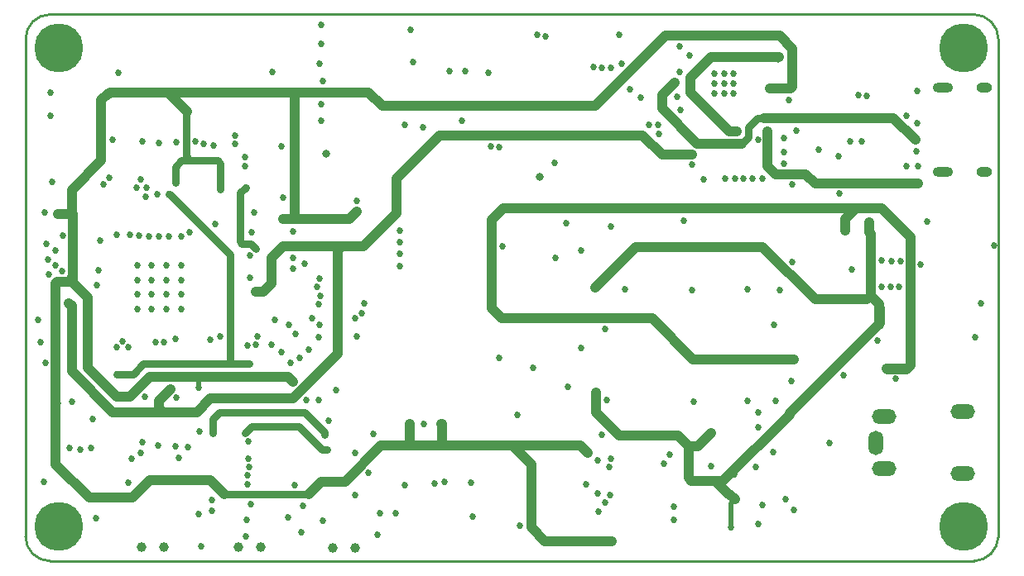
<source format=gbr>
%TF.GenerationSoftware,KiCad,Pcbnew,(6.0.4)*%
%TF.CreationDate,2023-04-20T20:53:16+03:00*%
%TF.ProjectId,mp3_test_board,6d70335f-7465-4737-945f-626f6172642e,rev?*%
%TF.SameCoordinates,Original*%
%TF.FileFunction,Copper,L2,Inr*%
%TF.FilePolarity,Positive*%
%FSLAX46Y46*%
G04 Gerber Fmt 4.6, Leading zero omitted, Abs format (unit mm)*
G04 Created by KiCad (PCBNEW (6.0.4)) date 2023-04-20 20:53:16*
%MOMM*%
%LPD*%
G01*
G04 APERTURE LIST*
%TA.AperFunction,Profile*%
%ADD10C,0.250000*%
%TD*%
%TA.AperFunction,ComponentPad*%
%ADD11C,1.000000*%
%TD*%
%TA.AperFunction,ComponentPad*%
%ADD12C,0.800000*%
%TD*%
%TA.AperFunction,ComponentPad*%
%ADD13C,5.000000*%
%TD*%
%TA.AperFunction,ComponentPad*%
%ADD14O,1.500000X2.500000*%
%TD*%
%TA.AperFunction,ComponentPad*%
%ADD15O,2.500000X1.500000*%
%TD*%
%TA.AperFunction,ComponentPad*%
%ADD16O,1.600000X1.000000*%
%TD*%
%TA.AperFunction,ComponentPad*%
%ADD17O,2.100000X1.000000*%
%TD*%
%TA.AperFunction,ViaPad*%
%ADD18C,0.685800*%
%TD*%
%TA.AperFunction,ViaPad*%
%ADD19C,0.800000*%
%TD*%
%TA.AperFunction,Conductor*%
%ADD20C,1.016000*%
%TD*%
%TA.AperFunction,Conductor*%
%ADD21C,1.000000*%
%TD*%
%TA.AperFunction,Conductor*%
%ADD22C,0.800000*%
%TD*%
%TA.AperFunction,Conductor*%
%ADD23C,0.508000*%
%TD*%
%TA.AperFunction,Conductor*%
%ADD24C,0.127000*%
%TD*%
%TA.AperFunction,Conductor*%
%ADD25C,0.762000*%
%TD*%
%TA.AperFunction,Conductor*%
%ADD26C,0.250000*%
%TD*%
G04 APERTURE END LIST*
D10*
X173467769Y-99232295D02*
G75*
G03*
X175960000Y-96750000I-93569J2586195D01*
G01*
X175960001Y-45750000D02*
G75*
G03*
X173467767Y-43232233I-2528101J-10100D01*
G01*
X78967767Y-43232167D02*
G75*
G03*
X76467767Y-45732233I33J-2500033D01*
G01*
X76467767Y-45732233D02*
X76467767Y-96732233D01*
X78967767Y-99232233D02*
X173467767Y-99232233D01*
X175960000Y-96750000D02*
X175960000Y-45750000D01*
X173467767Y-43232233D02*
X78967767Y-43232233D01*
X76467767Y-96732233D02*
G75*
G03*
X78967767Y-99232233I2500033J33D01*
G01*
D11*
%TO.N,*%
%TO.C,SW7*%
X110150000Y-97852500D03*
X107850000Y-97852500D03*
%TD*%
%TO.N,*%
%TO.C,SW6*%
X100550000Y-97780000D03*
X98250000Y-97780000D03*
%TD*%
D12*
%TO.N,N/C*%
%TO.C,H4*%
X172400000Y-44825000D03*
X171074175Y-48025825D03*
X173725825Y-45374175D03*
X171074175Y-45374175D03*
D13*
X172400000Y-46700000D03*
D12*
X174275000Y-46700000D03*
X172400000Y-48575000D03*
X173725825Y-48025825D03*
X170525000Y-46700000D03*
%TD*%
%TO.N,N/C*%
%TO.C,H2*%
X79900000Y-44825000D03*
X81225825Y-45374175D03*
X81225825Y-48025825D03*
D13*
X79900000Y-46700000D03*
D12*
X79900000Y-48575000D03*
X78574175Y-45374175D03*
X78574175Y-48025825D03*
X81775000Y-46700000D03*
X78025000Y-46700000D03*
%TD*%
%TO.N,N/C*%
%TO.C,H1*%
X78574175Y-97025825D03*
X78025000Y-95700000D03*
X78574175Y-94374175D03*
D13*
X79900000Y-95700000D03*
D12*
X81225825Y-97025825D03*
X81775000Y-95700000D03*
X79900000Y-93825000D03*
X81225825Y-94374175D03*
X79900000Y-97575000D03*
%TD*%
D11*
%TO.N,*%
%TO.C,SW8*%
X88350000Y-97780000D03*
X90650000Y-97780000D03*
%TD*%
D12*
%TO.N,N/C*%
%TO.C,H3*%
X171074175Y-94374175D03*
X171074175Y-97025825D03*
X173725825Y-97025825D03*
X173725825Y-94374175D03*
X172400000Y-93825000D03*
X174275000Y-95700000D03*
X170525000Y-95700000D03*
X172400000Y-97575000D03*
D13*
X172400000Y-95700000D03*
%TD*%
D14*
%TO.N,GND*%
%TO.C,J2*%
X163395000Y-87100000D03*
D15*
%TO.N,unconnected-(J2-Pad2)*%
X164295000Y-84450000D03*
%TO.N,Net-(D10-Pad2)*%
X172295000Y-83900000D03*
X172295000Y-90300000D03*
%TO.N,Net-(D9-Pad2)*%
X164295000Y-89750000D03*
%TD*%
D16*
%TO.N,GND*%
%TO.C,P2*%
X174505000Y-50750000D03*
D17*
X170325000Y-50750000D03*
X170325000Y-59390000D03*
D16*
X174505000Y-59390000D03*
%TD*%
D18*
%TO.N,+3V3*%
X133961747Y-88173555D03*
X107042700Y-64123938D03*
X94301140Y-90939455D03*
X84800000Y-51400000D03*
X154722700Y-50803938D03*
X83641747Y-92880055D03*
X152550000Y-50800000D03*
X103721408Y-80873216D03*
X139200000Y-48100000D03*
X102800000Y-64200000D03*
X112946020Y-52603980D03*
X94190000Y-81420000D03*
X91780000Y-60500000D03*
X96371564Y-61171564D03*
X101862358Y-80364166D03*
X119011747Y-85198555D03*
X153689132Y-50800000D03*
X115741747Y-85189949D03*
X110363806Y-63391630D03*
X88461747Y-81043555D03*
X153689132Y-50800000D03*
X79905000Y-63695000D03*
X136425747Y-97171555D03*
X154533762Y-51995000D03*
X103806445Y-92393555D03*
%TO.N,GND*%
X151807700Y-93478938D03*
X87870000Y-70420000D03*
X117082700Y-54803938D03*
X90870000Y-68920000D03*
X95531747Y-94063555D03*
X98942700Y-58783938D03*
X103301747Y-94783555D03*
X79030000Y-53570000D03*
X79203364Y-60413938D03*
X148900000Y-49300000D03*
X164032700Y-71143938D03*
X83640000Y-94830000D03*
X78812700Y-69833938D03*
X81182900Y-82920000D03*
X88208280Y-60143328D03*
X153991747Y-55863555D03*
X163570000Y-76630000D03*
X148900000Y-50300000D03*
X94161747Y-94373555D03*
X167732462Y-58793700D03*
X114740000Y-68990000D03*
X134950400Y-88922876D03*
X90870000Y-73420000D03*
X151411747Y-85487555D03*
X154010000Y-57300000D03*
X98942700Y-57873938D03*
X138243761Y-50924999D03*
X173601638Y-76325000D03*
X83141747Y-87650555D03*
X175500000Y-66900000D03*
X106672700Y-44293938D03*
X114740000Y-66520000D03*
X150800000Y-60000000D03*
X77992327Y-76792387D03*
X137750000Y-71400421D03*
X112670000Y-94310000D03*
X106660000Y-54090000D03*
X151800000Y-60000000D03*
X114730000Y-67750000D03*
X90870000Y-70420000D03*
X167665900Y-51100000D03*
X161672700Y-51513938D03*
X162482700Y-51533938D03*
X135878600Y-82725370D03*
X165934700Y-68513938D03*
X87870000Y-71920000D03*
X135750000Y-75425000D03*
X149000000Y-60000000D03*
X148900000Y-51300000D03*
X92370000Y-73420000D03*
X92370000Y-70420000D03*
X164012700Y-68433938D03*
X116058762Y-48100000D03*
X164972700Y-71143938D03*
X146900000Y-49300000D03*
X124900000Y-78386638D03*
X165032700Y-68463938D03*
X160992700Y-69373938D03*
X105166842Y-82718650D03*
X88665115Y-82395115D03*
X106860000Y-50040000D03*
X87870000Y-68920000D03*
X146900000Y-51300000D03*
X106421747Y-82719150D03*
X114341747Y-94318555D03*
X103802700Y-69303938D03*
X90870000Y-71920000D03*
X91880000Y-82440000D03*
X79000000Y-51200000D03*
X160100500Y-80200000D03*
X123800000Y-49200000D03*
X103782700Y-65463938D03*
X102620000Y-56730000D03*
X103782700Y-68153938D03*
X77738032Y-74522857D03*
X147900000Y-51300000D03*
X92370000Y-71920000D03*
X144800000Y-82875000D03*
X155330000Y-55110000D03*
X153175000Y-82775000D03*
X168035500Y-68853938D03*
X106830000Y-95120000D03*
X146900000Y-50300000D03*
X139400000Y-51700000D03*
X78420000Y-63540000D03*
X125235000Y-66956238D03*
X99020000Y-96676555D03*
X168700000Y-64400000D03*
X106721747Y-46203555D03*
X87870000Y-73420000D03*
X108210000Y-81740000D03*
X135409747Y-86249555D03*
X89370000Y-70420000D03*
X162000000Y-56200000D03*
X86944149Y-91229149D03*
X151157747Y-89551555D03*
X150300000Y-82775000D03*
X135412700Y-48653938D03*
X149900000Y-60000000D03*
X133771747Y-91403555D03*
X153600000Y-71500000D03*
X165772700Y-71153938D03*
X159582700Y-57773938D03*
X148000000Y-60000000D03*
X147900000Y-49300000D03*
X82091747Y-87803555D03*
X143381747Y-46533555D03*
X101746200Y-49146200D03*
X106542700Y-48243938D03*
X136325000Y-64910000D03*
X94231747Y-85963555D03*
X78321747Y-91071745D03*
X85921400Y-49200000D03*
X89370000Y-73420000D03*
X115804381Y-44795619D03*
X95501747Y-92962400D03*
X147900000Y-50300000D03*
X136292700Y-48663938D03*
X151411747Y-95393555D03*
X85371747Y-56023555D03*
X101625371Y-77086891D03*
X103950000Y-91430000D03*
X114740000Y-65400000D03*
X117201747Y-85189949D03*
X134592700Y-48633938D03*
X146607700Y-89478938D03*
X150335000Y-71420000D03*
X107420000Y-84814155D03*
X94420000Y-97680000D03*
X163570000Y-76630000D03*
X89370000Y-68920000D03*
X85747828Y-77291808D03*
X154040967Y-58498576D03*
X106700000Y-52410000D03*
X144625000Y-71450000D03*
X102800000Y-62000000D03*
X89370000Y-71920000D03*
X92370000Y-68920000D03*
%TO.N,+1V8A*%
X99339147Y-79018736D03*
X85745602Y-80066863D03*
X91140719Y-61659100D03*
%TO.N,Net-(C5-Pad2)*%
X84467800Y-60592797D03*
X92388385Y-65976917D03*
%TO.N,Net-(C6-Pad2)*%
X85057836Y-59932782D03*
X93201747Y-65563555D03*
%TO.N,VBUS*%
X159252700Y-53873938D03*
X160242700Y-53873938D03*
X167472700Y-56093938D03*
X158232700Y-53893938D03*
X142843193Y-50244431D03*
%TO.N,+5VA*%
X157682100Y-72403600D03*
X148607700Y-95752276D03*
X162760000Y-65540000D03*
X134750000Y-71200000D03*
X163800000Y-74190000D03*
X149007700Y-92878938D03*
X154582700Y-84153938D03*
X146607700Y-86078938D03*
X163790000Y-75020000D03*
X134836200Y-82000000D03*
X148907700Y-90378938D03*
X162760000Y-64552141D03*
%TO.N,-5VA*%
X164651747Y-79583555D03*
X165452700Y-80523938D03*
X166402700Y-79553938D03*
X165472700Y-79533938D03*
X125154539Y-74382100D03*
X160290000Y-65350000D03*
X155050000Y-78550000D03*
X125300000Y-63075000D03*
%TO.N,Net-(C61-Pad1)*%
X141224102Y-55432536D03*
X143106209Y-51662961D03*
X140212700Y-54513938D03*
X141150000Y-54500000D03*
%TO.N,Net-(R53-Pad1)*%
X99400000Y-70200000D03*
X104972700Y-68753938D03*
%TO.N,VCC*%
X166902700Y-60563938D03*
X153512700Y-47633938D03*
X149182700Y-55203938D03*
X167702700Y-60563938D03*
X151411747Y-56093938D03*
X152312700Y-55233938D03*
X144439288Y-50765514D03*
X152302700Y-56053938D03*
%TO.N,/SOC/SDC_D1*%
X88430000Y-56220000D03*
%TO.N,/SOC/SDC_D0*%
X90103854Y-56365910D03*
%TO.N,/SOC/SDC_CLK*%
X91852700Y-56303938D03*
X87822731Y-60940267D03*
%TO.N,/SOC/SDC_CMD*%
X93830000Y-56250000D03*
X88856230Y-60965924D03*
%TO.N,/SOC/SDC_D3*%
X88777366Y-61901661D03*
X94685717Y-56476951D03*
%TO.N,/SOC/SDC_D2*%
X89907331Y-61628569D03*
X95687115Y-56621476D03*
%TO.N,Net-(D10-Pad2)*%
X155082700Y-93953938D03*
X158682700Y-87153938D03*
%TO.N,Net-(D12-Pad1)*%
X126771747Y-84243555D03*
D19*
X129010000Y-59870000D03*
D18*
X130556000Y-58420000D03*
X127025302Y-95610000D03*
X104840000Y-93550000D03*
%TO.N,/SOC/LCD_RS*%
X103603143Y-78948866D03*
X110353230Y-76186770D03*
%TO.N,/SOC/LCD_WR*%
X106463868Y-76258911D03*
X102610679Y-77859321D03*
%TO.N,/SOC/LCD_RD*%
X103410000Y-75040000D03*
X106530000Y-74990000D03*
%TO.N,/SOC/LCD_D3*%
X101991564Y-74478436D03*
X105736110Y-74384100D03*
%TO.N,/SOC/LCD_D4*%
X110193653Y-74382875D03*
X104090000Y-75950000D03*
%TO.N,/SOC/LCD_D5*%
X110860000Y-73800000D03*
X105470000Y-77575900D03*
%TO.N,/SOC/LCD_D6*%
X104530000Y-78380000D03*
X111140000Y-72830000D03*
%TO.N,/SOC/LCD_D7*%
X106440000Y-72950000D03*
X100150000Y-76170000D03*
%TO.N,/SOC/LCD_D10*%
X100038217Y-77048215D03*
X106640154Y-72022937D03*
%TO.N,/SOC/LCD_D11*%
X106240000Y-71130000D03*
X99160000Y-77160000D03*
%TO.N,/SOC/LCD_D12*%
X106539408Y-70296864D03*
X96391747Y-76213555D03*
%TO.N,Net-(P2-PadA7)*%
X167590000Y-57280000D03*
X167650000Y-54370000D03*
%TO.N,/SOC/LCD_PWM*%
X99430000Y-67950895D03*
X121100000Y-54100000D03*
%TO.N,/SOC/KEYS*%
X78497915Y-78910430D03*
X99517247Y-93383094D03*
X99110000Y-95030000D03*
X104630000Y-96280000D03*
%TO.N,/SOC/FLASH_SPI_CS*%
X122191747Y-94648555D03*
X118281747Y-91278555D03*
X90111747Y-65993555D03*
%TO.N,Net-(R7-Pad1)*%
X112438694Y-96552500D03*
X154205747Y-92853555D03*
%TO.N,Net-(R10-Pad1)*%
X152935747Y-88027555D03*
%TO.N,Net-(R10-Pad2)*%
X154915724Y-60640400D03*
X151411747Y-83963555D03*
%TO.N,Net-(R11-Pad2)*%
X157563266Y-57108938D03*
%TO.N,Net-(R12-Pad2)*%
X159720000Y-61564338D03*
%TO.N,/SOC/USB_DM*%
X128800000Y-45300000D03*
X97882700Y-55603938D03*
X83760000Y-70920000D03*
X166532700Y-58753938D03*
%TO.N,/SOC/USB_DP*%
X97882700Y-56489241D03*
X83888691Y-69420000D03*
X129667090Y-45478652D03*
X166596256Y-53603826D03*
%TO.N,Net-(C41-Pad1)*%
X142740400Y-93682876D03*
X130647130Y-68187206D03*
%TO.N,Net-(C42-Pad1)*%
X131950000Y-81400000D03*
X142340400Y-88282876D03*
X128350000Y-79400000D03*
%TO.N,Net-(C43-Pad1)*%
X133299500Y-77403938D03*
X141740400Y-89282876D03*
%TO.N,Net-(C44-Pad1)*%
X142790400Y-95032876D03*
X131750000Y-64600000D03*
X133291500Y-67400000D03*
%TO.N,Net-(C49-Pad2)*%
X154915456Y-68551764D03*
X143808191Y-64328447D03*
%TO.N,Net-(C51-Pad2)*%
X153000000Y-75000000D03*
X154800000Y-80800000D03*
%TO.N,/NewDAC/I2C_SCL*%
X137432700Y-48253938D03*
X137189927Y-45311165D03*
X124069069Y-56729083D03*
X136332700Y-88753938D03*
X86998311Y-77326991D03*
%TO.N,/NewDAC/I2C_SDIN*%
X144400000Y-47400000D03*
X136164573Y-89572143D03*
X86390691Y-76683129D03*
X124896874Y-56840750D03*
%TO.N,/Power/AUDIO_PWR_EN*%
X174200000Y-72800000D03*
X95361747Y-76563555D03*
%TO.N,DEBUG_UART_RX*%
X121400000Y-49000000D03*
X99880000Y-63540000D03*
%TO.N,DEBUG_UART_TX*%
X119800000Y-49000000D03*
X99569393Y-65544814D03*
%TO.N,/SOC/FLASH_SPI_MOSI*%
X89081747Y-65963555D03*
X115221747Y-91464455D03*
%TO.N,/NewDAC/I2S_MCLK*%
X134971564Y-92271564D03*
X112020000Y-86220000D03*
%TO.N,/SOC/FLASH_SPI_HOLD*%
X85821747Y-65803555D03*
X110181747Y-92445455D03*
%TO.N,/SOC/FLASH_SPI_WP*%
X87101747Y-65833555D03*
X122011747Y-91208555D03*
%TO.N,/SOC/FLASH_SPI_CLK*%
X111543100Y-90188555D03*
X91151747Y-65993555D03*
%TO.N,/NewDAC/I2S_LRCK*%
X110160000Y-88150000D03*
X135030000Y-94135900D03*
X91820959Y-76471537D03*
%TO.N,/NewDAC/I2S_BCLK*%
X136273997Y-92485338D03*
X89725481Y-76798038D03*
%TO.N,/NewDAC/I2S_DIN*%
X135780000Y-93220000D03*
X90611862Y-76798038D03*
%TO.N,/Power/IRQ*%
X143345000Y-49105900D03*
X143442322Y-53022870D03*
%TO.N,+1V8B*%
X100000000Y-67200000D03*
X98967745Y-60942861D03*
%TO.N,+0V9*%
X81260000Y-79920000D03*
X145800000Y-60100000D03*
X144600000Y-57600000D03*
X91255092Y-81637264D03*
X80884847Y-72793555D03*
X100050955Y-71605900D03*
X144662700Y-58613938D03*
%TO.N,/SOC/FLASH_SPI_MISO*%
X88061747Y-65903555D03*
X119331747Y-91148555D03*
%TO.N,/Power/PWR_KEY*%
X95866195Y-64657643D03*
D19*
X107190000Y-57500000D03*
D18*
%TO.N,Net-(C76-Pad2)*%
X80920000Y-87650555D03*
X87270000Y-88716555D03*
%TO.N,Net-(C60-Pad1)*%
X107321747Y-87798555D03*
X98899644Y-86090356D03*
%TO.N,/SOC/WIFI_SDIO_CMD*%
X90001747Y-87383555D03*
X80234638Y-69480871D03*
X99307816Y-89588936D03*
%TO.N,/SOC/WIFI_SDIO_D0*%
X92165183Y-88690119D03*
X79523906Y-68953025D03*
X99277281Y-88704160D03*
%TO.N,/SOC/WIFI_SDIO_CLK*%
X78791009Y-68347125D03*
X91817721Y-87485785D03*
%TO.N,/SOC/WIFI_SDIO_D1*%
X79513004Y-67426584D03*
X93051747Y-87543555D03*
X99287165Y-86963756D03*
%TO.N,/SOC/WIFI_SDIO_D2*%
X88391747Y-87063555D03*
X99206024Y-90468367D03*
X80260000Y-65920000D03*
%TO.N,/SOC/WIFI_SDIO_D3*%
X78584186Y-66744186D03*
X88261747Y-88143555D03*
X99191747Y-91353555D03*
%TO.N,Net-(L1-Pad1)*%
X95568398Y-86095896D03*
X107029180Y-86257655D03*
%TO.N,Net-(P1-Pad38)*%
X115254264Y-54575502D03*
X110372700Y-62283938D03*
%TO.N,Net-(R13-Pad2)*%
X160842700Y-56233938D03*
%TO.N,/SOC/WIFI_REG_ON*%
X83365698Y-84656655D03*
X84089420Y-66383555D03*
%TD*%
D20*
%TO.N,+3V3*%
X102800000Y-64200000D02*
X109555436Y-64200000D01*
D21*
X81241747Y-70631747D02*
X79668253Y-70631747D01*
X79905000Y-63695000D02*
X81105000Y-63695000D01*
D22*
X96082700Y-58203938D02*
X92396062Y-58203938D01*
D21*
X94482358Y-80364166D02*
X89141136Y-80364166D01*
D23*
X94190000Y-80656524D02*
X94482358Y-80364166D01*
D21*
X82960000Y-92760000D02*
X79530000Y-89330000D01*
X81277538Y-70477538D02*
X81277538Y-63695000D01*
X101862358Y-80364166D02*
X103272358Y-80364166D01*
X79530000Y-89330000D02*
X79530000Y-86390000D01*
X85768687Y-82385679D02*
X87119623Y-82385679D01*
D22*
X91780000Y-58820000D02*
X91780000Y-60500000D01*
D20*
X84200000Y-52000000D02*
X84897580Y-51302420D01*
X103000000Y-51200000D02*
X111542040Y-51200000D01*
X119020000Y-85206808D02*
X119020000Y-87230000D01*
X119020000Y-87230000D02*
X118850000Y-87400000D01*
D21*
X82800000Y-72190000D02*
X82800000Y-79416992D01*
X115590000Y-87400000D02*
X115740000Y-87250000D01*
X101862358Y-80364166D02*
X94482358Y-80364166D01*
D24*
X96082700Y-58203938D02*
X95796062Y-58203938D01*
D21*
X112830000Y-87400000D02*
X113650000Y-87400000D01*
D20*
X136425747Y-97171555D02*
X133123747Y-97171555D01*
X133188192Y-87400000D02*
X133961747Y-88173555D01*
D25*
X92961995Y-57761995D02*
X92910000Y-57710000D01*
D20*
X112946020Y-52603980D02*
X134696020Y-52603980D01*
D21*
X105401747Y-92393555D02*
X106715302Y-91080000D01*
D20*
X128200000Y-95791238D02*
X128200000Y-89341238D01*
D21*
X89178762Y-90960000D02*
X87378762Y-92760000D01*
D20*
X152550000Y-50800000D02*
X154726638Y-50800000D01*
X85100000Y-51200000D02*
X91000000Y-51200000D01*
D24*
X114600000Y-87370000D02*
X114570000Y-87400000D01*
D25*
X93000000Y-53200000D02*
X92900000Y-53300000D01*
D20*
X128200000Y-89341238D02*
X126258762Y-87400000D01*
D24*
X113971747Y-87078253D02*
X113650000Y-87400000D01*
D21*
X82800000Y-79416992D02*
X85768687Y-82385679D01*
X81277538Y-63695000D02*
X79789101Y-63695000D01*
D22*
X96371564Y-58492802D02*
X96082700Y-58203938D01*
D21*
X79668253Y-70631747D02*
X79509100Y-70790900D01*
D20*
X119011747Y-85198555D02*
X119020000Y-85206808D01*
X91000000Y-51200000D02*
X103000000Y-51200000D01*
D21*
X81200000Y-61200000D02*
X84200000Y-58200000D01*
D20*
X91000000Y-51200000D02*
X93000000Y-53200000D01*
D22*
X92396062Y-58203938D02*
X91780000Y-58820000D01*
D21*
X114570000Y-87400000D02*
X113650000Y-87400000D01*
D20*
X111542040Y-51200000D02*
X112946020Y-52603980D01*
D21*
X89141136Y-80364166D02*
X88461747Y-81043555D01*
D22*
X96371564Y-61171564D02*
X96371564Y-58492802D01*
D20*
X134696020Y-52603980D02*
X139200000Y-48100000D01*
X109555436Y-64200000D02*
X110363806Y-63391630D01*
D21*
X87119623Y-82385679D02*
X88461747Y-81043555D01*
D25*
X92900000Y-53300000D02*
X92900000Y-55744995D01*
D20*
X126258762Y-87400000D02*
X133188192Y-87400000D01*
X129580317Y-97171555D02*
X128200000Y-95791238D01*
D21*
X154726638Y-50800000D02*
X154722700Y-50803938D01*
X115590000Y-87400000D02*
X118850000Y-87400000D01*
X95328192Y-90960000D02*
X89178762Y-90960000D01*
X115740000Y-85191696D02*
X115741747Y-85189949D01*
D24*
X85100000Y-51302420D02*
X85100000Y-51200000D01*
D23*
X79530000Y-83405302D02*
X79530000Y-86390000D01*
D21*
X96761747Y-92393555D02*
X95328192Y-90960000D01*
X114570000Y-87400000D02*
X115590000Y-87400000D01*
D24*
X93000000Y-55844995D02*
X92961995Y-55883000D01*
D23*
X79861747Y-83073555D02*
X79530000Y-83405302D01*
D21*
X154726638Y-50800000D02*
X154907598Y-50619040D01*
X81200000Y-63600000D02*
X81200000Y-61200000D01*
D25*
X92910000Y-57710000D02*
X92910000Y-55934995D01*
D21*
X79509100Y-74303938D02*
X79530000Y-74324838D01*
X79530000Y-74324838D02*
X79530000Y-86390000D01*
D23*
X94190000Y-81420000D02*
X94190000Y-80656524D01*
D21*
X87378762Y-92760000D02*
X82960000Y-92760000D01*
D24*
X79789101Y-63695000D02*
X79905000Y-63695000D01*
D25*
X96761747Y-92393555D02*
X105401747Y-92393555D01*
D21*
X106715302Y-91080000D02*
X109150000Y-91080000D01*
X109150000Y-91080000D02*
X112830000Y-87400000D01*
D24*
X104200000Y-51200000D02*
X103000000Y-51200000D01*
D20*
X104000000Y-63000000D02*
X104000000Y-51400000D01*
X141900000Y-45400000D02*
X139200000Y-48100000D01*
X154907598Y-46707598D02*
X153600000Y-45400000D01*
X84200000Y-58200000D02*
X84200000Y-52000000D01*
D21*
X84897580Y-51302420D02*
X85100000Y-51302420D01*
D20*
X153600000Y-45400000D02*
X141900000Y-45400000D01*
D21*
X115740000Y-87250000D02*
X115740000Y-85191696D01*
D20*
X104000000Y-64200000D02*
X104000000Y-63000000D01*
D24*
X94566952Y-80448760D02*
X94482358Y-80364166D01*
D20*
X102800000Y-64200000D02*
X104000000Y-64200000D01*
D21*
X81241747Y-70631747D02*
X82800000Y-72190000D01*
X104000000Y-51400000D02*
X104200000Y-51200000D01*
D20*
X133123747Y-97171555D02*
X129580317Y-97171555D01*
D21*
X81241747Y-70093555D02*
X81241747Y-70631747D01*
X81105000Y-63695000D02*
X81200000Y-63600000D01*
D26*
X92934995Y-55910000D02*
X92961995Y-55883000D01*
D21*
X103272358Y-80364166D02*
X103799911Y-80891719D01*
X118850000Y-87400000D02*
X126258762Y-87400000D01*
X79509100Y-70790900D02*
X79509100Y-74303938D01*
D20*
X154907598Y-50619040D02*
X154907598Y-46707598D01*
D24*
%TO.N,GND*%
X117241747Y-85083555D02*
X117241747Y-85173555D01*
D22*
%TO.N,+1V8A*%
X99320411Y-79000000D02*
X99339147Y-79018736D01*
X85745602Y-80066863D02*
X87443137Y-80066863D01*
X97400000Y-79000000D02*
X97400000Y-67850000D01*
X87443137Y-80066863D02*
X88510000Y-79000000D01*
X91209100Y-61659100D02*
X91140719Y-61659100D01*
X88510000Y-79000000D02*
X99320411Y-79000000D01*
X97400000Y-67850000D02*
X91209100Y-61659100D01*
D20*
%TO.N,VBUS*%
X141564214Y-51523410D02*
X141564214Y-52835452D01*
D25*
X150395747Y-55769555D02*
X150395747Y-54784253D01*
D20*
X167472700Y-56093938D02*
X165241896Y-53863134D01*
X142843193Y-50244431D02*
X141564214Y-51523410D01*
X141564214Y-52835452D02*
X145179084Y-56450322D01*
X158263504Y-53863134D02*
X158232700Y-53893938D01*
X152017364Y-53893938D02*
X158232700Y-53893938D01*
D25*
X149714980Y-56450322D02*
X150395747Y-55769555D01*
D20*
X165241896Y-53863134D02*
X158263504Y-53863134D01*
D25*
X150395747Y-54784253D02*
X151286062Y-53893938D01*
D20*
X145179084Y-56450322D02*
X149714980Y-56450322D01*
D25*
X151286062Y-53893938D02*
X152017364Y-53893938D01*
D20*
%TO.N,+5VA*%
X144550000Y-91000000D02*
X144250000Y-90700000D01*
D21*
X144282700Y-87502508D02*
X144282700Y-90667300D01*
D20*
X147283747Y-91000000D02*
X147800000Y-91000000D01*
D21*
X134836200Y-84036200D02*
X137200000Y-86400000D01*
D20*
X148474317Y-92345555D02*
X149007700Y-92878938D01*
D21*
X137200000Y-86400000D02*
X143180192Y-86400000D01*
X143180192Y-86400000D02*
X144282700Y-87502508D01*
X144282700Y-87502508D02*
X145184130Y-87502508D01*
D20*
X154582700Y-84217300D02*
X147800000Y-91000000D01*
X162890000Y-72050000D02*
X163790000Y-72950000D01*
D21*
X138896062Y-67053938D02*
X151862700Y-67053938D01*
D23*
X162536400Y-72403600D02*
X162890000Y-72050000D01*
D21*
X151862700Y-67053938D02*
X157212362Y-72403600D01*
X134750000Y-71200000D02*
X138896062Y-67053938D01*
D20*
X163850000Y-73320000D02*
X163850000Y-74858319D01*
X162890000Y-65670000D02*
X162890000Y-72050000D01*
D26*
X148363747Y-92345555D02*
X148474317Y-92345555D01*
D21*
X134836200Y-82000000D02*
X134836200Y-84036200D01*
D20*
X147283747Y-91265555D02*
X147283747Y-91000000D01*
D21*
X157212362Y-72403600D02*
X157682100Y-72403600D01*
D20*
X147800000Y-91000000D02*
X144550000Y-91000000D01*
D23*
X148607700Y-95752276D02*
X148607700Y-93278938D01*
D20*
X154582700Y-84153938D02*
X154582700Y-84217300D01*
X162760000Y-64552141D02*
X162760000Y-65540000D01*
X162760000Y-65540000D02*
X162890000Y-65670000D01*
X154582700Y-84125619D02*
X154582700Y-84153938D01*
X144350000Y-90800000D02*
X144250000Y-90700000D01*
D21*
X145184130Y-87502508D02*
X146607700Y-86078938D01*
D20*
X157682100Y-72403600D02*
X162536400Y-72403600D01*
X163790000Y-72950000D02*
X163790000Y-75020000D01*
D23*
X148607700Y-93278938D02*
X149007700Y-92878938D01*
D20*
X163850000Y-74858319D02*
X154582700Y-84125619D01*
X148363747Y-92345555D02*
X147283747Y-91265555D01*
%TO.N,-5VA*%
X160290000Y-64160000D02*
X161375000Y-63075000D01*
X124100000Y-73327561D02*
X124100000Y-64275000D01*
X140582100Y-74382100D02*
X144750000Y-78550000D01*
X160290000Y-65350000D02*
X160290000Y-64160000D01*
D23*
X164512700Y-79553938D02*
X164542317Y-79583555D01*
X164542317Y-79583555D02*
X164651747Y-79583555D01*
D20*
X164045000Y-63075000D02*
X166985100Y-66015100D01*
X125154539Y-74382100D02*
X124100000Y-73327561D01*
X166402700Y-79553938D02*
X164512700Y-79553938D01*
X125154539Y-74382100D02*
X140582100Y-74382100D01*
X166985100Y-79194900D02*
X166596445Y-79583555D01*
X144750000Y-78550000D02*
X155050000Y-78550000D01*
X125300000Y-63075000D02*
X161375000Y-63075000D01*
X161375000Y-63075000D02*
X164045000Y-63075000D01*
X166985100Y-66015100D02*
X166985100Y-79194900D01*
X166596445Y-79583555D02*
X164651747Y-79583555D01*
X124100000Y-64275000D02*
X125300000Y-63075000D01*
D21*
%TO.N,VCC*%
X144439288Y-50765514D02*
X144439288Y-51224050D01*
D20*
X144439288Y-51224050D02*
X148419176Y-55203938D01*
X146546062Y-47633938D02*
X153512700Y-47633938D01*
X157223938Y-60563938D02*
X167702700Y-60563938D01*
X156250000Y-59590000D02*
X157223938Y-60563938D01*
D24*
X153512700Y-47973938D02*
X153512700Y-47633938D01*
D20*
X148419176Y-55203938D02*
X149182700Y-55203938D01*
X152302700Y-56053938D02*
X152370000Y-56121238D01*
X152302700Y-56053938D02*
X152302700Y-55243938D01*
D24*
X153400000Y-48086638D02*
X153512700Y-47973938D01*
D20*
X144439288Y-49740712D02*
X146546062Y-47633938D01*
X152370000Y-58750000D02*
X153210000Y-59590000D01*
X153210000Y-59590000D02*
X156250000Y-59590000D01*
X152302700Y-55243938D02*
X152312700Y-55233938D01*
X152370000Y-56121238D02*
X152370000Y-58750000D01*
X144439288Y-50765514D02*
X144439288Y-49740712D01*
D25*
%TO.N,+1V8B*%
X98400000Y-66511808D02*
X98400000Y-61510606D01*
X99491555Y-66691555D02*
X98579747Y-66691555D01*
X100000000Y-67200000D02*
X99491555Y-66691555D01*
X98400000Y-61510606D02*
X98967745Y-60942861D01*
X98579747Y-66691555D02*
X98400000Y-66511808D01*
D20*
%TO.N,+0V9*%
X90210000Y-84000000D02*
X90340000Y-83870000D01*
X95372747Y-82592555D02*
X93965302Y-84000000D01*
D21*
X114400000Y-60000000D02*
X114400000Y-63600000D01*
D20*
X103807445Y-82592555D02*
X95372747Y-82592555D01*
D21*
X141583834Y-57600000D02*
X139587772Y-55603938D01*
X139587772Y-55603938D02*
X118796062Y-55603938D01*
D20*
X90091747Y-83621747D02*
X90340000Y-83870000D01*
X111000000Y-67000000D02*
X102800000Y-67000000D01*
X85400000Y-84000000D02*
X85200000Y-83800000D01*
D21*
X144600000Y-57600000D02*
X141583834Y-57600000D01*
D20*
X80884847Y-72793555D02*
X81200000Y-73108708D01*
X108400000Y-78000000D02*
X103807445Y-82592555D01*
X81200000Y-73108708D02*
X81200000Y-79800000D01*
X102800000Y-67000000D02*
X101600000Y-68200000D01*
X101600000Y-68200000D02*
X101600000Y-70800000D01*
X90470000Y-84000000D02*
X90340000Y-83870000D01*
X108400000Y-67400000D02*
X108400000Y-78000000D01*
D21*
X118796062Y-55603938D02*
X114400000Y-60000000D01*
D20*
X100794100Y-71605900D02*
X100050955Y-71605900D01*
X101600000Y-70800000D02*
X100794100Y-71605900D01*
X81200000Y-79800000D02*
X85400000Y-84000000D01*
X91255092Y-81637264D02*
X90091747Y-82800609D01*
X90091747Y-82800609D02*
X90091747Y-83621747D01*
X85400000Y-84000000D02*
X90210000Y-84000000D01*
X93965302Y-84000000D02*
X90470000Y-84000000D01*
D21*
X114400000Y-63600000D02*
X111000000Y-67000000D01*
D20*
X108600000Y-67200000D02*
X108400000Y-67400000D01*
D25*
%TO.N,Net-(C60-Pad1)*%
X99570000Y-85420000D02*
X104390000Y-85420000D01*
X98899644Y-86090356D02*
X99570000Y-85420000D01*
X106768555Y-87798555D02*
X107321747Y-87798555D01*
X104390000Y-85420000D02*
X106768555Y-87798555D01*
%TO.N,Net-(L1-Pad1)*%
X95568398Y-84691602D02*
X95568398Y-86095896D01*
X107029180Y-86257655D02*
X107029180Y-86009180D01*
X96280000Y-83980000D02*
X95568398Y-84691602D01*
X107029180Y-86009180D02*
X105000000Y-83980000D01*
X105000000Y-83980000D02*
X96280000Y-83980000D01*
%TD*%
M02*

</source>
